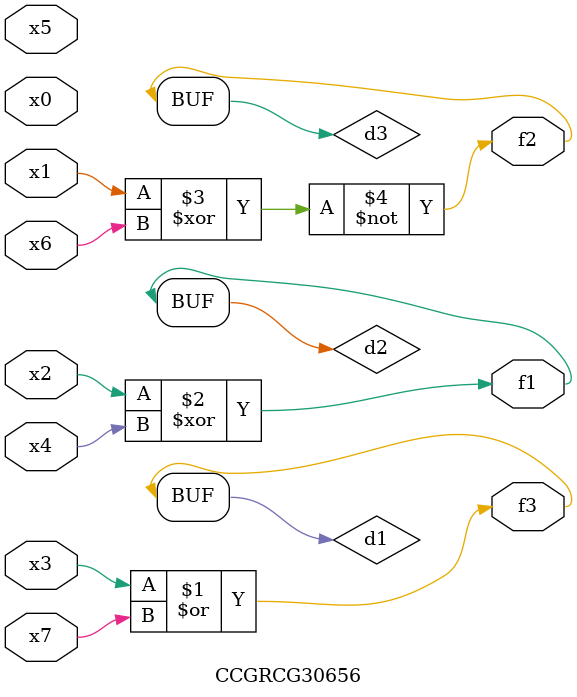
<source format=v>
module CCGRCG30656(
	input x0, x1, x2, x3, x4, x5, x6, x7,
	output f1, f2, f3
);

	wire d1, d2, d3;

	or (d1, x3, x7);
	xor (d2, x2, x4);
	xnor (d3, x1, x6);
	assign f1 = d2;
	assign f2 = d3;
	assign f3 = d1;
endmodule

</source>
